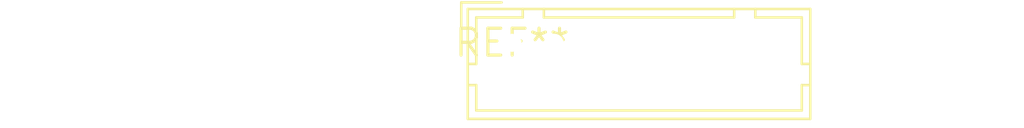
<source format=kicad_pcb>
(kicad_pcb (version 20240108) (generator pcbnew)
  (layers (0 "F.Cu" signal) (31 "B.Cu" signal) (34 "B.Paste" user) (35 "F.Paste" user) (36 "B.SilkS" user "B.Silkscreen") (37 "F.SilkS" user "F.Silkscreen") (38 "B.Mask" user) (39 "F.Mask" user) (44 "Edge.Cuts" user))
  (net 0 "")
  (footprint "Hirose_DF11-14DP-2DSA_2x07_P2.00mm_Vertical" (layer "F.Cu") (at 0 0)
    (property "Reference" "REF**")
    (property "Value" "Hirose_DF11-14DP-2DSA_2x07_P2.00mm_Vertical")
    (fp_line (start -2.41 -1.91) (end -0.5 -1.91) (layer "F.SilkS") (stroke (width 0.12)))
    (fp_line (start -2.41 0) (end -2.41 -1.91) (layer "F.SilkS") (stroke (width 0.12)))
    (fp_line (start -2.1 -1.6) (end -2.1 3.6) (layer "F.SilkS") (stroke (width 0.12)))
    (fp_line (start -2.1 1) (end -1.7 1) (layer "F.SilkS") (stroke (width 0.12)))
    (fp_line (start -2.1 2) (end -1.7 2) (layer "F.SilkS") (stroke (width 0.12)))
    (fp_line (start -2.1 3.6) (end 14.1 3.6) (layer "F.SilkS") (stroke (width 0.12)))
    (fp_line (start -1.7 -1.2) (end 0.5 -1.2) (layer "F.SilkS") (stroke (width 0.12)))
    (fp_line (start -1.7 1) (end -1.7 -1.2) (layer "F.SilkS") (stroke (width 0.12)))
    (fp_line (start -1.7 2) (end -1.7 3.2) (layer "F.SilkS") (stroke (width 0.12)))
    (fp_line (start -1.7 3.2) (end 13.7 3.2) (layer "F.SilkS") (stroke (width 0.12)))
    (fp_line (start 0.5 -1.2) (end 0.5 -1.6) (layer "F.SilkS") (stroke (width 0.12)))
    (fp_line (start 1.5 -1.6) (end 1.5 -1.2) (layer "F.SilkS") (stroke (width 0.12)))
    (fp_line (start 1.5 -1.2) (end 10.5 -1.2) (layer "F.SilkS") (stroke (width 0.12)))
    (fp_line (start 10.5 -1.2) (end 10.5 -1.6) (layer "F.SilkS") (stroke (width 0.12)))
    (fp_line (start 11.5 -1.2) (end 11.5 -1.6) (layer "F.SilkS") (stroke (width 0.12)))
    (fp_line (start 13.7 -1.2) (end 11.5 -1.2) (layer "F.SilkS") (stroke (width 0.12)))
    (fp_line (start 13.7 1) (end 13.7 -1.2) (layer "F.SilkS") (stroke (width 0.12)))
    (fp_line (start 13.7 2) (end 14.1 2) (layer "F.SilkS") (stroke (width 0.12)))
    (fp_line (start 13.7 3.2) (end 13.7 2) (layer "F.SilkS") (stroke (width 0.12)))
    (fp_line (start 14.1 -1.6) (end -2.1 -1.6) (layer "F.SilkS") (stroke (width 0.12)))
    (fp_line (start 14.1 1) (end 13.7 1) (layer "F.SilkS") (stroke (width 0.12)))
    (fp_line (start 14.1 3.6) (end 14.1 -1.6) (layer "F.SilkS") (stroke (width 0.12)))
    (pad "1" thru_hole roundrect (at 0 0) (size 1.2 1.65) (drill 0.85) (layers *.Cu *.Mask) (remove_unused_layers) (roundrect_rratio 0.208333))
    (pad "2" thru_hole oval (at 0 2) (size 1.2 1.65) (drill 0.85) (layers *.Cu *.Mask) (remove_unused_layers))
    (pad "3" thru_hole oval (at 2 0) (size 1.2 1.65) (drill 0.85) (layers *.Cu *.Mask) (remove_unused_layers))
    (pad "4" thru_hole oval (at 2 2) (size 1.2 1.65) (drill 0.85) (layers *.Cu *.Mask) (remove_unused_layers))
    (pad "5" thru_hole oval (at 4 0) (size 1.2 1.65) (drill 0.85) (layers *.Cu *.Mask) (remove_unused_layers))
    (pad "6" thru_hole oval (at 4 2) (size 1.2 1.65) (drill 0.85) (layers *.Cu *.Mask) (remove_unused_layers))
    (pad "7" thru_hole oval (at 6 0) (size 1.2 1.65) (drill 0.85) (layers *.Cu *.Mask) (remove_unused_layers))
    (pad "8" thru_hole oval (at 6 2) (size 1.2 1.65) (drill 0.85) (layers *.Cu *.Mask) (remove_unused_layers))
    (pad "9" thru_hole oval (at 8 0) (size 1.2 1.65) (drill 0.85) (layers *.Cu *.Mask) (remove_unused_layers))
    (pad "10" thru_hole oval (at 8 2) (size 1.2 1.65) (drill 0.85) (layers *.Cu *.Mask) (remove_unused_layers))
    (pad "11" thru_hole oval (at 10 0) (size 1.2 1.65) (drill 0.85) (layers *.Cu *.Mask) (remove_unused_layers))
    (pad "12" thru_hole oval (at 10 2) (size 1.2 1.65) (drill 0.85) (layers *.Cu *.Mask) (remove_unused_layers))
    (pad "13" thru_hole oval (at 12 0) (size 1.2 1.65) (drill 0.85) (layers *.Cu *.Mask) (remove_unused_layers))
    (pad "14" thru_hole oval (at 12 2) (size 1.2 1.65) (drill 0.85) (layers *.Cu *.Mask) (remove_unused_layers))
  )
)
</source>
